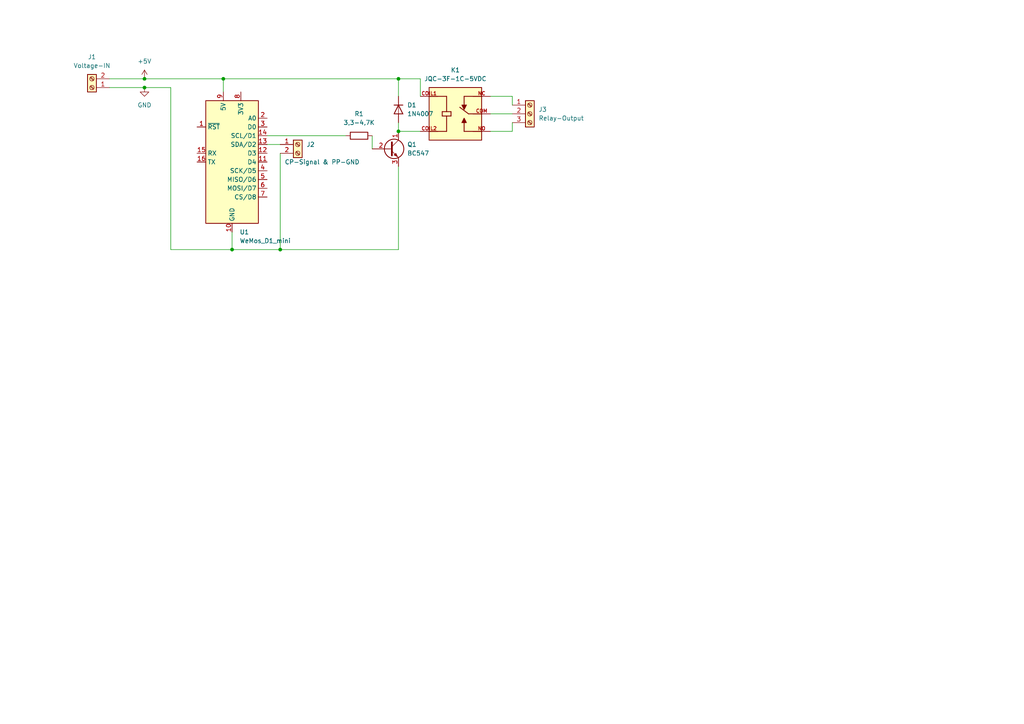
<source format=kicad_sch>
(kicad_sch (version 20230121) (generator eeschema)
  (paper "A4")
  (lib_symbols
    (symbol "Connector:Screw_Terminal_01x02" (pin_names (offset 1.016) hide)
      (property "Reference" "J" (at 0 2.54 0))
      (property "Value" "Screw_Terminal_01x02" (at 0 -5.08 0))
      (symbol "Screw_Terminal_01x02_1_1"
        (rectangle (start -1.27 1.27) (end 1.27 -3.81) (stroke (width 0.254)) (fill (type background)))
        (circle (center 0 -2.54) (radius 0.635) (stroke (width 0.1524)))
        (polyline (pts (xy -0.5334 -2.2098) (xy 0.3302 -3.048)) (stroke (width 0.1524)))
        (polyline (pts (xy -0.5334 0.3302) (xy 0.3302 -0.508)) (stroke (width 0.1524)))
        (polyline (pts (xy -0.3556 -2.032) (xy 0.508 -2.8702)) (stroke (width 0.1524)))
        (polyline (pts (xy -0.3556 0.508) (xy 0.508 -0.3302)) (stroke (width 0.1524)))
        (circle (center 0 0) (radius 0.635) (stroke (width 0.1524)))
        (pin passive line (at -5.08 0 0) (length 3.81) (name "Pin_1") (number "1"))
        (pin passive line (at -5.08 -2.54 0) (length 3.81) (name "Pin_2") (number "2"))
      )
    )
    (symbol "Connector:Screw_Terminal_01x03" (pin_names (offset 1.016) hide)
      (property "Reference" "J" (at 0 5.08 0))
      (property "Value" "Screw_Terminal_01x03" (at 0 -5.08 0))
      (symbol "Screw_Terminal_01x03_1_1"
        (rectangle (start -1.27 3.81) (end 1.27 -3.81) (stroke (width 0.254)) (fill (type background)))
        (circle (center 0 -2.54) (radius 0.635) (stroke (width 0.1524)))
        (polyline (pts (xy -0.5334 -2.2098) (xy 0.3302 -3.048)) (stroke (width 0.1524)))
        (polyline (pts (xy -0.5334 0.3302) (xy 0.3302 -0.508)) (stroke (width 0.1524)))
        (polyline (pts (xy -0.5334 2.8702) (xy 0.3302 2.032)) (stroke (width 0.1524)))
        (polyline (pts (xy -0.3556 -2.032) (xy 0.508 -2.8702)) (stroke (width 0.1524)))
        (polyline (pts (xy -0.3556 0.508) (xy 0.508 -0.3302)) (stroke (width 0.1524)))
        (polyline (pts (xy -0.3556 3.048) (xy 0.508 2.2098)) (stroke (width 0.1524)))
        (circle (center 0 0) (radius 0.635) (stroke (width 0.1524)))
        (circle (center 0 2.54) (radius 0.635) (stroke (width 0.1524)))
        (pin passive line (at -5.08 2.54 0) (length 3.81) (name "Pin_1") (number "1"))
        (pin passive line (at -5.08 0 0) (length 3.81) (name "Pin_2") (number "2"))
        (pin passive line (at -5.08 -2.54 0) (length 3.81) (name "Pin_3") (number "3"))
      )
    )
    (symbol "Device:R" (pin_numbers hide) (pin_names (offset 0))
      (property "Reference" "R" (at 2.032 0 90))
      (property "Value" "R" (at 0 0 90))
      (symbol "R_0_1"
        (rectangle (start -1.016 -2.54) (end 1.016 2.54) (stroke (width 0.254)))
      )
      (symbol "R_1_1"
        (pin passive line (at 0 3.81 270) (length 1.27) (name "~") (number "1"))
        (pin passive line (at 0 -3.81 90) (length 1.27) (name "~") (number "2"))
      )
    )
    (symbol "Diode:1N4007" (pin_numbers hide) (pin_names hide)
      (property "Reference" "D" (at 0 2.54 0))
      (property "Value" "1N4007" (at 0 -2.54 0))
      (symbol "1N4007_0_1"
        (polyline (pts (xy -1.27 1.27) (xy -1.27 -1.27)) (stroke (width 0.254)))
        (polyline (pts (xy 1.27 0) (xy -1.27 0)))
        (polyline (pts (xy 1.27 1.27) (xy 1.27 -1.27) (xy -1.27 0) (xy 1.27 1.27)) (stroke (width 0.254)))
      )
      (symbol "1N4007_1_1"
        (pin passive line (at -3.81 0 0) (length 2.54) (name "K") (number "1"))
        (pin passive line (at 3.81 0 180) (length 2.54) (name "A") (number "2"))
      )
    )
    (symbol "JQC-3F-1C-24VDC:JQC-3F-1C-24VDC" (pin_names (offset 1.016))
      (property "Reference" "K" (at -7.62 8.89 0))
      (property "Value" "JQC-3F-1C-24VDC" (at -7.62 -10.16 0))
      (symbol "JQC-3F-1C-24VDC_0_0"
        (rectangle (start -7.62 -7.62) (end 7.62 7.62) (stroke (width 0.254)) (fill (type background)))
        (polyline (pts (xy -7.62 -5.08) (xy -2.54 -5.08)) (stroke (width 0.254)))
        (polyline (pts (xy -7.62 5.08) (xy -2.54 5.08)) (stroke (width 0.254)))
        (polyline (pts (xy -3.81 -0.635) (xy -3.81 0.635)) (stroke (width 0.254)))
        (polyline (pts (xy -3.81 0.635) (xy -2.54 0.635)) (stroke (width 0.254)))
        (polyline (pts (xy -2.54 -0.635) (xy -3.81 -0.635)) (stroke (width 0.254)))
        (polyline (pts (xy -2.54 -0.635) (xy -2.54 -5.08)) (stroke (width 0.254)))
        (polyline (pts (xy -2.54 0.635) (xy -1.27 0.635)) (stroke (width 0.254)))
        (polyline (pts (xy -2.54 5.08) (xy -2.54 0.635)) (stroke (width 0.254)))
        (polyline (pts (xy -1.27 -0.635) (xy -2.54 -0.635)) (stroke (width 0.254)))
        (polyline (pts (xy -1.27 0.635) (xy -1.27 -0.635)) (stroke (width 0.254)))
        (polyline (pts (xy 2.54 -5.08) (xy 2.54 -2.54)) (stroke (width 0.254)))
        (polyline (pts (xy 2.54 5.08) (xy 2.54 2.54)) (stroke (width 0.254)))
        (polyline (pts (xy 2.54 5.08) (xy 7.62 5.08)) (stroke (width 0.254)))
        (polyline (pts (xy 3.81 0) (xy 1.27 1.905)) (stroke (width 0.254)))
        (polyline (pts (xy 7.62 -5.08) (xy 2.54 -5.08)) (stroke (width 0.254)))
        (polyline (pts (xy 7.62 0) (xy 3.81 0)) (stroke (width 0.254)))
        (polyline (pts (xy 1.905 -2.54) (xy 3.175 -2.54) (xy 2.54 -1.27) (xy 1.905 -2.54)) (stroke (width 0.254)) (fill (type outline)))
        (polyline (pts (xy 3.175 2.54) (xy 1.905 2.54) (xy 2.54 1.27) (xy 3.175 2.54)) (stroke (width 0.254)) (fill (type outline)))
        (pin passive line (at -10.16 5.08 0) (length 5.08) (name "~") (number "COIL1"))
        (pin passive line (at -10.16 -5.08 0) (length 5.08) (name "~") (number "COIL2"))
        (pin passive line (at 10.16 0 180) (length 5.08) (name "~") (number "COM"))
        (pin passive line (at 10.16 5.08 180) (length 5.08) (name "~") (number "NC"))
        (pin passive line (at 10.16 -5.08 180) (length 5.08) (name "~") (number "NO"))
      )
    )
    (symbol "MCU_Module:WeMos_D1_mini"
      (property "Reference" "U" (at 3.81 19.05 0))
      (property "Value" "WeMos_D1_mini" (at 1.27 -19.05 0))
      (symbol "WeMos_D1_mini_1_1"
        (rectangle (start -7.62 17.78) (end 7.62 -17.78) (stroke (width 0.254)) (fill (type background)))
        (pin input line (at -10.16 10.16 0) (length 2.54) (name "~{RST}") (number "1"))
        (pin power_in line (at 0 -20.32 90) (length 2.54) (name "GND") (number "10"))
        (pin bidirectional line (at 10.16 0 180) (length 2.54) (name "D4") (number "11"))
        (pin bidirectional line (at 10.16 2.54 180) (length 2.54) (name "D3") (number "12"))
        (pin bidirectional line (at 10.16 5.08 180) (length 2.54) (name "SDA/D2") (number "13"))
        (pin bidirectional line (at 10.16 7.62 180) (length 2.54) (name "SCL/D1") (number "14"))
        (pin input line (at -10.16 2.54 0) (length 2.54) (name "RX") (number "15"))
        (pin output line (at -10.16 0 0) (length 2.54) (name "TX") (number "16"))
        (pin input line (at 10.16 12.7 180) (length 2.54) (name "A0") (number "2"))
        (pin bidirectional line (at 10.16 10.16 180) (length 2.54) (name "D0") (number "3"))
        (pin bidirectional line (at 10.16 -2.54 180) (length 2.54) (name "SCK/D5") (number "4"))
        (pin bidirectional line (at 10.16 -5.08 180) (length 2.54) (name "MISO/D6") (number "5"))
        (pin bidirectional line (at 10.16 -7.62 180) (length 2.54) (name "MOSI/D7") (number "6"))
        (pin bidirectional line (at 10.16 -10.16 180) (length 2.54) (name "CS/D8") (number "7"))
        (pin power_out line (at 2.54 20.32 270) (length 2.54) (name "3V3") (number "8"))
        (pin power_in line (at -2.54 20.32 270) (length 2.54) (name "5V") (number "9"))
      )
    )
    (symbol "Transistor_BJT:BC547" (pin_names (offset 0) hide)
      (property "Reference" "Q" (at 5.08 1.905 0))
      (property "Value" "BC547" (at 5.08 0 0))
      (symbol "BC547_0_1"
        (polyline (pts (xy 0 0) (xy 0.635 0)))
        (polyline (pts (xy 0.635 0.635) (xy 2.54 2.54)))
        (polyline (pts (xy 0.635 -0.635) (xy 2.54 -2.54) (xy 2.54 -2.54)))
        (polyline (pts (xy 0.635 1.905) (xy 0.635 -1.905) (xy 0.635 -1.905)) (stroke (width 0.508)))
        (polyline (pts (xy 1.27 -1.778) (xy 1.778 -1.27) (xy 2.286 -2.286) (xy 1.27 -1.778) (xy 1.27 -1.778)) (fill (type outline)))
        (circle (center 1.27 0) (radius 2.8194) (stroke (width 0.254)))
      )
      (symbol "BC547_1_1"
        (pin passive line (at 2.54 5.08 270) (length 2.54) (name "C") (number "1"))
        (pin input line (at -5.08 0 0) (length 5.08) (name "B") (number "2"))
        (pin passive line (at 2.54 -5.08 90) (length 2.54) (name "E") (number "3"))
      )
    )
    (symbol "power:+5V" (power) (pin_names (offset 0))
      (property "Value" "+5V" (at 0 3.556 0))
      (symbol "+5V_0_1"
        (polyline (pts (xy -0.762 1.27) (xy 0 2.54)))
        (polyline (pts (xy 0 0) (xy 0 2.54)))
        (polyline (pts (xy 0 2.54) (xy 0.762 1.27)))
      )
      (symbol "+5V_1_1"
        (pin power_in line (at 0 0 90) (length 0) hide (name "+5V") (number "1"))
      )
    )
    (symbol "power:GND" (power) (pin_names (offset 0))
      (property "Value" "GND" (at 0 -3.81 0))
      (symbol "GND_0_1"
        (polyline (pts (xy 0 0) (xy 0 -1.27) (xy 1.27 -1.27) (xy 0 -2.54) (xy -1.27 -1.27) (xy 0 -1.27)))
      )
      (symbol "GND_1_1"
        (pin power_in line (at 0 0 270) (length 0) hide (name "GND") (number "1"))
      )
    )
  )
  (junction (at 41.91 22.86))
  (junction (at 115.57 22.86))
  (junction (at 41.91 25.4))
  (junction (at 115.57 38.1))
  (junction (at 81.28 72.39))
  (junction (at 67.31 72.39))
  (junction (at 64.77 22.86))
  (wire (pts (xy 148.59 38.1) (xy 148.59 35.56)))
  (wire (pts (xy 41.91 25.4) (xy 49.53 25.4)))
  (wire (pts (xy 64.77 26.67) (xy 64.77 22.86)))
  (wire (pts (xy 81.28 44.45) (xy 81.28 72.39)))
  (wire (pts (xy 115.57 22.86) (xy 115.57 27.94)))
  (wire (pts (xy 77.47 41.91) (xy 81.28 41.91)))
  (wire (pts (xy 49.53 72.39) (xy 49.53 25.4)))
  (wire (pts (xy 31.75 22.86) (xy 41.91 22.86)))
  (wire (pts (xy 115.57 72.39) (xy 81.28 72.39)))
  (wire (pts (xy 142.24 33.02) (xy 148.59 33.02)))
  (wire (pts (xy 148.59 27.94) (xy 148.59 30.48)))
  (wire (pts (xy 115.57 22.86) (xy 121.92 22.86)))
  (wire (pts (xy 142.24 38.1) (xy 148.59 38.1)))
  (wire (pts (xy 142.24 27.94) (xy 148.59 27.94)))
  (wire (pts (xy 64.77 22.86) (xy 41.91 22.86)))
  (wire (pts (xy 67.31 72.39) (xy 49.53 72.39)))
  (wire (pts (xy 121.92 22.86) (xy 121.92 27.94)))
  (wire (pts (xy 67.31 72.39) (xy 67.31 67.31)))
  (wire (pts (xy 77.47 39.37) (xy 100.33 39.37)))
  (wire (pts (xy 107.95 39.37) (xy 107.95 43.18)))
  (wire (pts (xy 81.28 72.39) (xy 67.31 72.39)))
  (wire (pts (xy 115.57 38.1) (xy 121.92 38.1)))
  (wire (pts (xy 115.57 48.26) (xy 115.57 72.39)))
  (wire (pts (xy 115.57 35.56) (xy 115.57 38.1)))
  (wire (pts (xy 64.77 22.86) (xy 115.57 22.86)))
  (wire (pts (xy 31.75 25.4) (xy 41.91 25.4)))
  (symbol (lib_id "Connector:Screw_Terminal_01x02") (at 26.67 25.4 180) (unit 1)
    (property "Reference" "J1" (at 26.67 16.51 0))
    (property "Value" "Voltage-IN" (at 26.67 19.05 0))
    (property "Footprint" "TerminalBlock:TerminalBlock_bornier-2_P5.08mm" (effects hide))
  )
  (symbol (lib_id "JQC-3F-1C-24VDC:JQC-3F-1C-24VDC") (at 132.08 33.02 0) (unit 1)
    (property "Reference" "K1" (at 132.08 20.32 0))
    (property "Value" "JQC-3F-1C-5VDC" (at 132.08 22.86 0))
    (property "Footprint" "JQC-3F-1C-24VDC:RELAY_JQC-3F-1C-24VDC" (effects hide))
    (property "MF" "YUEQING HENGWEI ELECTRONICS CO.,LTD." (effects hide))
    (property "MAXIMUM_PACKAGE_HEIGHT" "15.5 mm" (effects hide))
    (property "Package" "None" (effects hide))
    (property "Price" "None" (effects hide))
    (property "Check_prices" "https://www.snapeda.com/parts/JQC-3F-1C-24VDC/YUEQING+HENGWEI+ELECTRONICS+CO.%252CLTD./view-part/?ref=eda" (effects hide))
    (property "STANDARD" "Manufacturer Recommendations" (effects hide))
    (property "PARTREV" "N/A" (effects hide))
    (property "SnapEDA_Link" "https://www.snapeda.com/parts/JQC-3F-1C-24VDC/YUEQING+HENGWEI+ELECTRONICS+CO.%252CLTD./view-part/?ref=snap" (effects hide))
    (property "MP" "JQC-3F-1C-24VDC" (effects hide))
    (property "Description" "\nMiniature PCB Relay 24VDC, 10A 250VAC, 15A 125VAC, 10A 250VAC\n" (effects hide))
    (property "Availability" "Not in stock" (effects hide))
    (property "MANUFACTURER" "YUEQING HENGWEI ELECTRONICS CO.,LTD." (effects hide))
  )
  (symbol (lib_id "Diode:1N4007") (at 115.57 31.75 270) (unit 1)
    (property "Reference" "D1" (at 118.11 30.48 90) (effects (justify left)))
    (property "Value" "1N4007" (at 118.11 33.02 90) (effects (justify left)))
    (property "Footprint" "Diode_THT:D_DO-41_SOD81_P10.16mm_Horizontal" (effects hide))
    (property "Datasheet" "http://www.vishay.com/docs/88503/1n4001.pdf" (effects hide))
    (property "Sim.Device" "D" (effects hide))
    (property "Sim.Pins" "1=K 2=A" (effects hide))
  )
  (symbol (lib_id "Device:R") (at 104.14 39.37 90) (unit 1)
    (property "Reference" "R1" (at 104.14 33.02 90))
    (property "Value" "3,3-4,7K" (at 104.14 35.56 90))
    (property "Footprint" "Resistor_THT:R_Axial_DIN0207_L6.3mm_D2.5mm_P15.24mm_Horizontal" (effects hide))
  )
  (symbol (lib_id "MCU_Module:WeMos_D1_mini") (at 67.31 46.99 0) (unit 1)
    (property "Reference" "U1" (at 69.5041 67.31 0) (effects (justify left)))
    (property "Value" "WeMos_D1_mini" (at 69.5041 69.85 0) (effects (justify left)))
    (property "Footprint" "Module:WEMOS_D1_mini_light" (effects hide))
    (property "Datasheet" "https://wiki.wemos.cc/products:d1:d1_mini#documentation" (effects hide))
  )
  (symbol (lib_id "power:+5V") (at 41.91 22.86 0) (unit 1)
    (property "Reference" "#PWR01" (effects hide))
    (property "Value" "+5V" (at 41.91 17.78 0))
  )
  (symbol (lib_id "Transistor_BJT:BC547") (at 113.03 43.18 0) (unit 1)
    (property "Reference" "Q1" (at 118.11 41.91 0) (effects (justify left)))
    (property "Value" "BC547" (at 118.11 44.45 0) (effects (justify left)))
    (property "Footprint" "Package_TO_SOT_THT:TO-92L_HandSolder" (effects hide))
    (property "Datasheet" "https://www.onsemi.com/pub/Collateral/BC550-D.pdf" (effects hide))
  )
  (symbol (lib_id "power:GND") (at 41.91 25.4 0) (unit 1)
    (property "Reference" "#PWR02" (effects hide))
    (property "Value" "GND" (at 41.91 30.48 0))
  )
  (symbol (lib_id "Connector:Screw_Terminal_01x03") (at 153.67 33.02 0) (unit 1)
    (property "Reference" "J3" (at 156.21 31.75 0) (effects (justify left)))
    (property "Value" "Relay-Output" (at 156.21 34.29 0) (effects (justify left)))
    (property "Footprint" "TerminalBlock:TerminalBlock_bornier-3_P5.08mm" (effects hide))
  )
  (symbol (lib_id "Connector:Screw_Terminal_01x02") (at 86.36 41.91 0) (unit 1)
    (property "Reference" "J2" (at 88.9 41.91 0) (effects (justify left)))
    (property "Value" "CP-Signal & PP-GND" (at 82.55 46.99 0) (effects (justify left)))
    (property "Footprint" "TerminalBlock:TerminalBlock_bornier-2_P5.08mm" (effects hide))
  )
)
</source>
